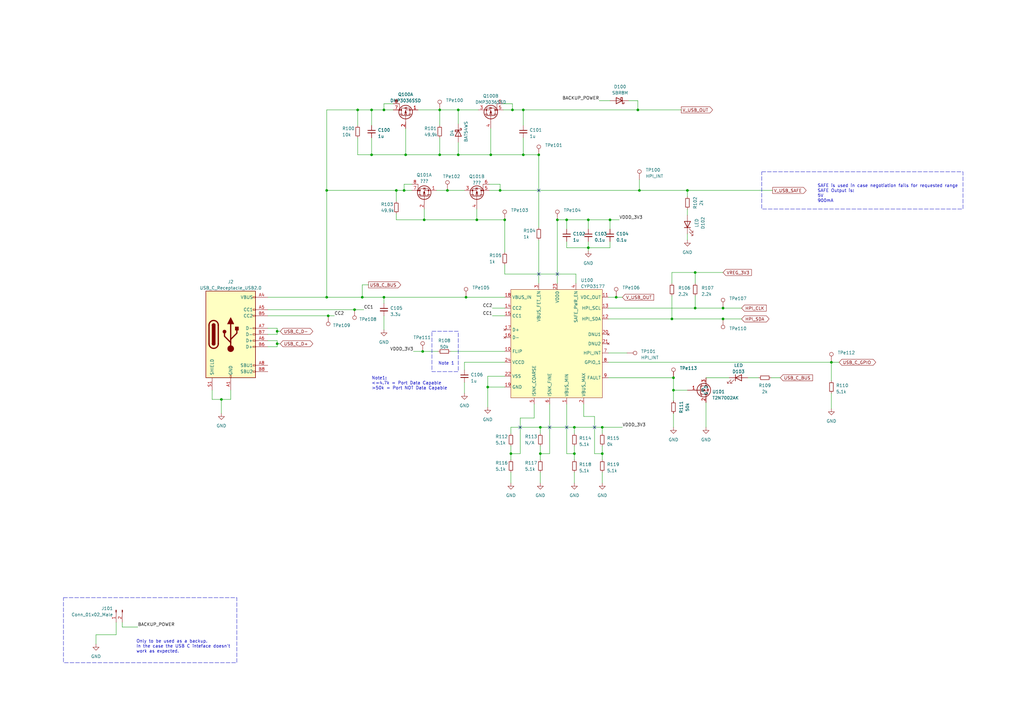
<source format=kicad_sch>
(kicad_sch (version 20230121) (generator eeschema)
  (paper "A3")
  (lib_symbols
    (symbol "Connector:Conn_01x02_Male" (pin_names (offset 1.016) hide)
      (property "Reference" "J" (at 0 2.54 0))
      (property "Value" "Conn_01x02_Male" (at 0 -5.08 0))
      (symbol "Conn_01x02_Male_1_1"
        (polyline (pts (xy 1.27 -2.54) (xy 0.8636 -2.54)) (stroke (width 0.1524)))
        (polyline (pts (xy 1.27 0) (xy 0.8636 0)) (stroke (width 0.1524)))
        (rectangle (start 0.8636 -2.413) (end 0 -2.667) (stroke (width 0.1524)) (fill (type outline)))
        (rectangle (start 0.8636 0.127) (end 0 -0.127) (stroke (width 0.1524)) (fill (type outline)))
        (pin passive line (at 5.08 0 180) (length 3.81) (name "Pin_1") (number "1"))
        (pin passive line (at 5.08 -2.54 180) (length 3.81) (name "Pin_2") (number "2"))
      )
    )
    (symbol "Connector:TestPoint" (pin_numbers hide) (pin_names (offset 0.762) hide)
      (property "Reference" "TP" (at 0 6.858 0))
      (property "Value" "TestPoint" (at 0 5.08 0))
      (symbol "TestPoint_0_1"
        (circle (center 0 3.302) (radius 0.762))
      )
      (symbol "TestPoint_1_1"
        (pin passive line (at 0 0 90) (length 2.54) (name "1") (number "1"))
      )
    )
    (symbol "Connector:USB_C_Receptacle_USB2.0" (pin_names (offset 1.016))
      (property "Reference" "J" (at -10.16 19.05 0))
      (property "Value" "USB_C_Receptacle_USB2.0" (at 19.05 19.05 0))
      (symbol "USB_C_Receptacle_USB2.0_0_0"
        (rectangle (start -0.254 -17.78) (end 0.254 -16.764))
        (rectangle (start 10.16 -14.986) (end 9.144 -15.494))
        (rectangle (start 10.16 -12.446) (end 9.144 -12.954))
        (rectangle (start 10.16 -4.826) (end 9.144 -5.334))
        (rectangle (start 10.16 -2.286) (end 9.144 -2.794))
        (rectangle (start 10.16 0.254) (end 9.144 -0.254))
        (rectangle (start 10.16 2.794) (end 9.144 2.286))
        (rectangle (start 10.16 7.874) (end 9.144 7.366))
        (rectangle (start 10.16 10.414) (end 9.144 9.906))
        (rectangle (start 10.16 15.494) (end 9.144 14.986))
      )
      (symbol "USB_C_Receptacle_USB2.0_0_1"
        (rectangle (start -10.16 17.78) (end 10.16 -17.78) (stroke (width 0.254)) (fill (type background)))
        (arc (start -8.89 -3.81) (mid -6.985 -5.7067) (end -5.08 -3.81) (stroke (width 0.508)))
        (arc (start -7.62 -3.81) (mid -6.985 -4.4423) (end -6.35 -3.81) (stroke (width 0.254)))
        (arc (start -7.62 -3.81) (mid -6.985 -4.4423) (end -6.35 -3.81) (stroke (width 0.254)) (fill (type outline)))
        (rectangle (start -7.62 -3.81) (end -6.35 3.81) (stroke (width 0.254)) (fill (type outline)))
        (arc (start -6.35 3.81) (mid -6.985 4.4423) (end -7.62 3.81) (stroke (width 0.254)))
        (arc (start -6.35 3.81) (mid -6.985 4.4423) (end -7.62 3.81) (stroke (width 0.254)) (fill (type outline)))
        (arc (start -5.08 3.81) (mid -6.985 5.7067) (end -8.89 3.81) (stroke (width 0.508)))
        (circle (center -2.54 1.143) (radius 0.635) (stroke (width 0.254)) (fill (type outline)))
        (circle (center 0 -5.842) (radius 1.27) (fill (type outline)))
        (polyline (pts (xy -8.89 -3.81) (xy -8.89 3.81)) (stroke (width 0.508)))
        (polyline (pts (xy -5.08 3.81) (xy -5.08 -3.81)) (stroke (width 0.508)))
        (polyline (pts (xy 0 -5.842) (xy 0 4.318)) (stroke (width 0.508)))
        (polyline (pts (xy 0 -3.302) (xy -2.54 -0.762) (xy -2.54 0.508)) (stroke (width 0.508)))
        (polyline (pts (xy 0 -2.032) (xy 2.54 0.508) (xy 2.54 1.778)) (stroke (width 0.508)))
        (polyline (pts (xy -1.27 4.318) (xy 0 6.858) (xy 1.27 4.318) (xy -1.27 4.318)) (stroke (width 0.254)) (fill (type outline)))
        (rectangle (start 1.905 1.778) (end 3.175 3.048) (stroke (width 0.254)) (fill (type outline)))
      )
      (symbol "USB_C_Receptacle_USB2.0_1_1"
        (pin passive line (at 0 -22.86 90) (length 5.08) (name "GND") (number "A1"))
        (pin passive line (at 0 -22.86 90) (length 5.08) hide (name "GND") (number "A12"))
        (pin passive line (at 15.24 15.24 180) (length 5.08) (name "VBUS") (number "A4"))
        (pin bidirectional line (at 15.24 10.16 180) (length 5.08) (name "CC1") (number "A5"))
        (pin bidirectional line (at 15.24 -2.54 180) (length 5.08) (name "D+") (number "A6"))
        (pin bidirectional line (at 15.24 2.54 180) (length 5.08) (name "D-") (number "A7"))
        (pin bidirectional line (at 15.24 -12.7 180) (length 5.08) (name "SBU1") (number "A8"))
        (pin passive line (at 15.24 15.24 180) (length 5.08) hide (name "VBUS") (number "A9"))
        (pin passive line (at 0 -22.86 90) (length 5.08) hide (name "GND") (number "B1"))
        (pin passive line (at 0 -22.86 90) (length 5.08) hide (name "GND") (number "B12"))
        (pin passive line (at 15.24 15.24 180) (length 5.08) hide (name "VBUS") (number "B4"))
        (pin bidirectional line (at 15.24 7.62 180) (length 5.08) (name "CC2") (number "B5"))
        (pin bidirectional line (at 15.24 -5.08 180) (length 5.08) (name "D+") (number "B6"))
        (pin bidirectional line (at 15.24 0 180) (length 5.08) (name "D-") (number "B7"))
        (pin bidirectional line (at 15.24 -15.24 180) (length 5.08) (name "SBU2") (number "B8"))
        (pin passive line (at 15.24 15.24 180) (length 5.08) hide (name "VBUS") (number "B9"))
        (pin passive line (at -7.62 -22.86 90) (length 5.08) (name "SHIELD") (number "S1"))
      )
    )
    (symbol "Device:C_Small" (pin_numbers hide) (pin_names (offset 0.254) hide)
      (property "Reference" "C" (at 0.254 1.778 0))
      (property "Value" "C_Small" (at 0.254 -2.032 0))
      (symbol "C_Small_0_1"
        (polyline (pts (xy -1.524 -0.508) (xy 1.524 -0.508)) (stroke (width 0.3302)))
        (polyline (pts (xy -1.524 0.508) (xy 1.524 0.508)) (stroke (width 0.3048)))
      )
      (symbol "C_Small_1_1"
        (pin passive line (at 0 2.54 270) (length 2.032) (name "~") (number "1"))
        (pin passive line (at 0 -2.54 90) (length 2.032) (name "~") (number "2"))
      )
    )
    (symbol "Device:D_Schottky" (pin_numbers hide) (pin_names (offset 1.016) hide)
      (property "Reference" "D" (at 0 2.54 0))
      (property "Value" "D_Schottky" (at 0 -2.54 0))
      (symbol "D_Schottky_0_1"
        (polyline (pts (xy 1.27 0) (xy -1.27 0)))
        (polyline (pts (xy 1.27 1.27) (xy 1.27 -1.27) (xy -1.27 0) (xy 1.27 1.27)) (stroke (width 0.254)))
        (polyline (pts (xy -1.905 0.635) (xy -1.905 1.27) (xy -1.27 1.27) (xy -1.27 -1.27) (xy -0.635 -1.27) (xy -0.635 -0.635)) (stroke (width 0.254)))
      )
      (symbol "D_Schottky_1_1"
        (pin passive line (at -3.81 0 0) (length 2.54) (name "K") (number "1"))
        (pin passive line (at 3.81 0 180) (length 2.54) (name "A") (number "2"))
      )
    )
    (symbol "Device:LED" (pin_numbers hide) (pin_names (offset 1.016) hide)
      (property "Reference" "D" (at 0 2.54 0))
      (property "Value" "LED" (at 0 -2.54 0))
      (symbol "LED_0_1"
        (polyline (pts (xy -1.27 -1.27) (xy -1.27 1.27)) (stroke (width 0.254)))
        (polyline (pts (xy -1.27 0) (xy 1.27 0)))
        (polyline (pts (xy 1.27 -1.27) (xy 1.27 1.27) (xy -1.27 0) (xy 1.27 -1.27)) (stroke (width 0.254)))
        (polyline (pts (xy -3.048 -0.762) (xy -4.572 -2.286) (xy -3.81 -2.286) (xy -4.572 -2.286) (xy -4.572 -1.524)))
        (polyline (pts (xy -1.778 -0.762) (xy -3.302 -2.286) (xy -2.54 -2.286) (xy -3.302 -2.286) (xy -3.302 -1.524)))
      )
      (symbol "LED_1_1"
        (pin passive line (at -3.81 0 0) (length 2.54) (name "K") (number "1"))
        (pin passive line (at 3.81 0 180) (length 2.54) (name "A") (number "2"))
      )
    )
    (symbol "Device:Q_Dual_PMOS_S1G1S2G2D2D2D1D1" (pin_names (offset 0) hide)
      (property "Reference" "Q" (at 6.35 1.27 0))
      (property "Value" "Q_Dual_PMOS_S1G1S2G2D2D2D1D1" (at 21.59 -1.27 0))
      (symbol "Q_Dual_PMOS_S1G1S2G2D2D2D1D1_0_1"
        (polyline (pts (xy 0.254 0) (xy -2.54 0)))
        (polyline (pts (xy 0.254 1.905) (xy 0.254 -1.905)) (stroke (width 0.254)))
        (polyline (pts (xy 0.762 -1.27) (xy 0.762 -2.286)) (stroke (width 0.254)))
        (polyline (pts (xy 0.762 0.508) (xy 0.762 -0.508)) (stroke (width 0.254)))
        (polyline (pts (xy 0.762 2.286) (xy 0.762 1.27)) (stroke (width 0.254)))
        (polyline (pts (xy 2.54 2.54) (xy 2.54 1.778)))
        (polyline (pts (xy 2.54 -2.54) (xy 2.54 0) (xy 0.762 0)))
        (polyline (pts (xy 0.762 1.778) (xy 3.302 1.778) (xy 3.302 -1.778) (xy 0.762 -1.778)))
        (polyline (pts (xy 2.286 0) (xy 1.27 0.381) (xy 1.27 -0.381) (xy 2.286 0)) (fill (type outline)))
        (polyline (pts (xy 2.794 -0.508) (xy 2.921 -0.381) (xy 3.683 -0.381) (xy 3.81 -0.254)))
        (polyline (pts (xy 3.302 -0.381) (xy 2.921 0.254) (xy 3.683 0.254) (xy 3.302 -0.381)))
        (circle (center 1.651 0) (radius 2.794) (stroke (width 0.254)))
        (circle (center 2.54 -1.778) (radius 0.254) (fill (type outline)))
        (circle (center 2.54 1.778) (radius 0.254) (fill (type outline)))
        (circle (center 2.54 2.54) (radius 0.254) (fill (type outline)))
        (rectangle (start 5.08 2.54) (end 2.54 2.54))
      )
      (symbol "Q_Dual_PMOS_S1G1S2G2D2D2D1D1_1_1"
        (pin passive line (at 2.54 -5.08 90) (length 2.54) (name "S") (number "1"))
        (pin input line (at -5.08 0 0) (length 2.54) (name "G") (number "2"))
        (pin passive line (at 2.54 5.08 270) (length 2.54) (name "D") (number "7"))
        (pin passive line (at 5.08 5.08 270) (length 2.54) (name "G") (number "8"))
      )
      (symbol "Q_Dual_PMOS_S1G1S2G2D2D2D1D1_2_1"
        (pin passive line (at 2.54 -5.08 90) (length 2.54) (name "S") (number "3"))
        (pin input line (at -5.08 0 0) (length 2.54) (name "G") (number "4"))
        (pin passive line (at 2.54 5.08 270) (length 2.54) (name "D") (number "5"))
        (pin passive line (at 5.08 5.08 270) (length 2.54) (name "G") (number "6"))
      )
    )
    (symbol "Device:R_Small" (pin_numbers hide) (pin_names (offset 0.254) hide)
      (property "Reference" "R" (at 0.762 0.508 0))
      (property "Value" "R_Small" (at 0.762 -1.016 0))
      (symbol "R_Small_0_1"
        (rectangle (start -0.762 1.778) (end 0.762 -1.778) (stroke (width 0.2032)))
      )
      (symbol "R_Small_1_1"
        (pin passive line (at 0 2.54 270) (length 0.762) (name "~") (number "1"))
        (pin passive line (at 0 -2.54 90) (length 0.762) (name "~") (number "2"))
      )
    )
    (symbol "User_MOSFET:T2N7002AK,LM"
      (property "Reference" "U" (at 2.54 5.08 0))
      (property "Value" "T2N7002AK" (at 6.985 3.175 0))
      (symbol "T2N7002AK,LM_0_1"
        (circle (center -0.889 -0.635) (radius 2.794) (stroke (width 0.254)))
        (circle (center 0 -2.413) (radius 0.254) (fill (type outline)))
        (polyline (pts (xy -2.286 -0.635) (xy -5.08 -0.635)))
        (polyline (pts (xy -2.286 1.27) (xy -2.286 -2.54)) (stroke (width 0.254)))
        (polyline (pts (xy -1.778 -1.905) (xy -1.778 -2.921)) (stroke (width 0.254)))
        (polyline (pts (xy -1.778 -0.127) (xy -1.778 -1.143)) (stroke (width 0.254)))
        (polyline (pts (xy -1.778 1.651) (xy -1.778 0.635)) (stroke (width 0.254)))
        (polyline (pts (xy 0 1.905) (xy 0 1.143)))
        (polyline (pts (xy 0 -3.175) (xy 0 -0.635) (xy -1.778 -0.635)))
        (polyline (pts (xy -1.778 -2.413) (xy 0.762 -2.413) (xy 0.762 1.143) (xy -1.778 1.143)))
        (polyline (pts (xy -1.524 -0.635) (xy -0.508 -0.254) (xy -0.508 -1.016) (xy -1.524 -0.635)) (fill (type outline)))
        (polyline (pts (xy 0.254 -0.127) (xy 0.381 -0.254) (xy 1.143 -0.254) (xy 1.27 -0.381)))
        (polyline (pts (xy 0.762 -0.254) (xy 0.381 -0.889) (xy 1.143 -0.889) (xy 0.762 -0.254)))
        (circle (center 0 1.143) (radius 0.254) (fill (type outline)))
      )
      (symbol "T2N7002AK,LM_1_1"
        (pin input line (at -7.62 -0.635 0) (length 5.08) (name "G") (number "1"))
        (pin passive line (at 0 -5.715 90) (length 2.54) (name "S") (number "2"))
        (pin passive line (at 0 4.445 270) (length 2.54) (name "D") (number "3"))
      )
    )
    (symbol "User_USB_C_PD:CYPD3177"
      (property "Reference" "U" (at 11.43 8.255 0))
      (property "Value" "CYPD3177" (at 15.24 6.35 0))
      (symbol "CYPD3177_1_1"
        (rectangle (start -19.05 5.08) (end 18.415 -39.37) (fill (type background)))
        (pin input line (at 3.81 -41.91 90) (length 2.54) (name "VBUS_MIN") (number "1"))
        (pin input line (at -21.59 -20.32 0) (length 2.54) (name "FLIP") (number "10"))
        (pin input line (at 20.955 1.905 180) (length 2.54) (name "VDC_OUT") (number "11"))
        (pin input line (at 20.955 -6.985 180) (length 2.54) (name "HPI_SDA") (number "12"))
        (pin input line (at 20.955 -2.54 180) (length 2.54) (name "HPI_SCL") (number "13"))
        (pin input line (at -21.59 -2.54 0) (length 2.54) (name "CC2") (number "14"))
        (pin input line (at -21.59 -5.715 0) (length 2.54) (name "CC1") (number "15"))
        (pin no_connect line (at -21.59 -14.605 0) (length 2.54) (name "D-") (number "16"))
        (pin no_connect line (at -21.59 -11.43 0) (length 2.54) (name "D+") (number "17"))
        (pin input line (at -21.59 1.905 0) (length 2.54) (name "VBUS_IN") (number "18"))
        (pin input line (at -21.59 -34.925 0) (length 2.54) (name "GND") (number "19"))
        (pin input line (at 10.795 -41.91 90) (length 2.54) (name "VBUS_MAX") (number "2"))
        (pin no_connect line (at 20.955 -13.335 180) (length 2.54) (name "DNU1") (number "20"))
        (pin no_connect line (at 20.955 -17.145 180) (length 2.54) (name "DNU2") (number "21"))
        (pin input line (at -21.59 -30.48 0) (length 2.54) (name "VSS") (number "22"))
        (pin input line (at 0 7.62 270) (length 2.54) (name "VDDD") (number "23"))
        (pin input line (at -21.59 -24.765 0) (length 2.54) (name "VCCD") (number "24"))
        (pin input line (at -7.62 7.62 270) (length 2.54) (name "VBUS_FET_EN") (number "3"))
        (pin input line (at 7.62 7.62 270) (length 2.54) (name "SAFE_PWR_EN") (number "4"))
        (pin input line (at -9.525 -41.91 90) (length 2.54) (name "ISNK_COARSE") (number "5"))
        (pin input line (at -3.175 -41.91 90) (length 2.54) (name "ISNK_FINE") (number "6"))
        (pin input line (at 20.955 -20.955 180) (length 2.54) (name "HPI_INT") (number "7"))
        (pin input line (at 20.955 -24.765 180) (length 2.54) (name "GPIO_1") (number "8"))
        (pin input line (at 20.955 -31.115 180) (length 2.54) (name "FAULT") (number "9"))
      )
    )
    (symbol "power:GND" (power) (pin_names (offset 0))
      (property "Value" "GND" (at 0 -3.81 0))
      (symbol "GND_0_1"
        (polyline (pts (xy 0 0) (xy 0 -1.27) (xy 1.27 -1.27) (xy 0 -2.54) (xy -1.27 -1.27) (xy 0 -1.27)))
      )
      (symbol "GND_1_1"
        (pin power_in line (at 0 0 270) (length 0) hide (name "GND") (number "1"))
      )
    )
  )
  (junction (at 200.025 158.75))
  (junction (at 113.665 140.97))
  (junction (at 152.4 63.5))
  (junction (at 146.685 45.085))
  (junction (at 133.985 78.105))
  (junction (at 214.63 45.085))
  (junction (at 195.58 90.17))
  (junction (at 285.115 111.76))
  (junction (at 201.295 63.5))
  (junction (at 235.585 175.26))
  (junction (at 214.63 63.5))
  (junction (at 148.59 121.92))
  (junction (at 261.62 45.085))
  (junction (at 180.34 45.085))
  (junction (at 152.4 45.085))
  (junction (at 157.48 121.92))
  (junction (at 210.185 45.085))
  (junction (at 173.355 144.145))
  (junction (at 205.105 78.105))
  (junction (at 228.6 90.17))
  (junction (at 173.99 90.17))
  (junction (at 276.225 154.94))
  (junction (at 221.615 186.055))
  (junction (at 247.015 175.26))
  (junction (at 221.615 175.26))
  (junction (at 296.545 130.81))
  (junction (at 113.665 135.89))
  (junction (at 276.225 160.02))
  (junction (at 262.255 78.105))
  (junction (at 250.19 90.17))
  (junction (at 252.73 121.92))
  (junction (at 235.585 186.055))
  (junction (at 90.805 163.83))
  (junction (at 187.96 63.5))
  (junction (at 209.55 186.055))
  (junction (at 340.995 148.59))
  (junction (at 220.98 63.5))
  (junction (at 241.3 101.6))
  (junction (at 145.415 127))
  (junction (at 285.115 126.365))
  (junction (at 157.48 45.085))
  (junction (at 247.015 186.055))
  (junction (at 133.985 121.92))
  (junction (at 241.3 90.17))
  (junction (at 296.545 126.365))
  (junction (at 165.735 78.105))
  (junction (at 180.34 63.5))
  (junction (at 207.01 90.17))
  (junction (at 275.59 130.81))
  (junction (at 232.41 90.17))
  (junction (at 187.96 45.085))
  (junction (at 183.515 78.105))
  (junction (at 166.37 63.5))
  (junction (at 191.135 121.92))
  (junction (at 281.94 78.105))
  (junction (at 134.62 129.54))
  (junction (at 162.56 78.105))
  (no_connect (at 225.425 175.26))
  (no_connect (at 228.6 112.395))
  (no_connect (at 220.98 112.395))
  (no_connect (at 220.98 78.105))
  (no_connect (at 232.41 175.26))
  (no_connect (at 243.84 175.26))
  (no_connect (at 213.36 175.26))
  (wire (pts (xy 221.615 175.26) (xy 235.585 175.26)))
  (wire (pts (xy 195.58 85.725) (xy 195.58 90.17)))
  (wire (pts (xy 133.985 78.105) (xy 133.985 45.085)))
  (wire (pts (xy 209.55 175.26) (xy 221.615 175.26)))
  (wire (pts (xy 179.07 78.105) (xy 183.515 78.105)))
  (wire (pts (xy 200.66 75.565) (xy 205.105 75.565)))
  (wire (pts (xy 90.805 163.83) (xy 94.615 163.83)))
  (wire (pts (xy 289.56 165.1) (xy 289.56 175.26)))
  (wire (pts (xy 146.685 45.085) (xy 152.4 45.085)))
  (wire (pts (xy 232.41 101.6) (xy 232.41 99.06)))
  (wire (pts (xy 165.735 78.105) (xy 168.91 78.105)))
  (wire (pts (xy 113.665 140.97) (xy 114.935 140.97)))
  (wire (pts (xy 152.4 63.5) (xy 166.37 63.5)))
  (wire (pts (xy 162.56 82.55) (xy 162.56 78.105)))
  (wire (pts (xy 236.22 112.395) (xy 207.01 112.395)))
  (wire (pts (xy 276.225 160.02) (xy 276.225 164.465)))
  (wire (pts (xy 209.55 186.055) (xy 209.55 188.595)))
  (wire (pts (xy 220.98 93.345) (xy 220.98 63.5)))
  (wire (pts (xy 219.075 171.45) (xy 213.36 171.45)))
  (wire (pts (xy 225.425 165.735) (xy 225.425 186.055)))
  (wire (pts (xy 200.66 78.105) (xy 205.105 78.105)))
  (wire (pts (xy 190.5 156.845) (xy 190.5 161.29)))
  (wire (pts (xy 157.48 121.92) (xy 191.135 121.92)))
  (wire (pts (xy 219.075 171.45) (xy 219.075 165.735)))
  (wire (pts (xy 157.48 121.92) (xy 157.48 124.46)))
  (wire (pts (xy 113.665 137.16) (xy 113.665 135.89)))
  (wire (pts (xy 210.185 45.085) (xy 214.63 45.085)))
  (wire (pts (xy 162.56 78.105) (xy 165.735 78.105)))
  (wire (pts (xy 207.01 126.365) (xy 201.93 126.365)))
  (wire (pts (xy 213.36 186.055) (xy 209.55 186.055)))
  (wire (pts (xy 213.36 171.45) (xy 213.36 186.055)))
  (wire (pts (xy 281.94 78.105) (xy 281.94 80.645)))
  (wire (pts (xy 207.01 154.305) (xy 200.025 154.305)))
  (wire (pts (xy 285.115 126.365) (xy 296.545 126.365)))
  (wire (pts (xy 152.4 45.085) (xy 152.4 51.435)))
  (wire (pts (xy 340.995 148.59) (xy 340.995 156.21)))
  (wire (pts (xy 261.62 41.275) (xy 261.62 45.085)))
  (wire (pts (xy 239.395 165.735) (xy 239.395 170.815)))
  (wire (pts (xy 113.665 134.62) (xy 113.665 135.89)))
  (wire (pts (xy 180.34 63.5) (xy 166.37 63.5)))
  (wire (pts (xy 221.615 193.675) (xy 221.615 198.12)))
  (wire (pts (xy 247.015 175.26) (xy 255.27 175.26)))
  (wire (pts (xy 247.015 175.26) (xy 247.015 177.8)))
  (wire (pts (xy 236.22 116.205) (xy 236.22 112.395)))
  (wire (pts (xy 207.01 103.505) (xy 207.01 90.17)))
  (wire (pts (xy 296.545 111.76) (xy 285.115 111.76)))
  (wire (pts (xy 113.665 135.89) (xy 114.935 135.89)))
  (wire (pts (xy 109.855 137.16) (xy 113.665 137.16)))
  (wire (pts (xy 207.01 129.54) (xy 201.93 129.54)))
  (wire (pts (xy 276.225 169.545) (xy 276.225 175.26)))
  (wire (pts (xy 206.375 42.545) (xy 210.185 42.545)))
  (wire (pts (xy 250.19 90.17) (xy 254 90.17)))
  (wire (pts (xy 221.615 175.26) (xy 221.615 177.8)))
  (wire (pts (xy 249.555 148.59) (xy 340.995 148.59)))
  (wire (pts (xy 148.59 116.84) (xy 148.59 121.92)))
  (wire (pts (xy 285.115 111.76) (xy 285.115 116.205)))
  (wire (pts (xy 133.985 121.92) (xy 133.985 78.105)))
  (wire (pts (xy 109.855 142.24) (xy 113.665 142.24)))
  (wire (pts (xy 180.34 45.085) (xy 180.34 51.435)))
  (wire (pts (xy 235.585 193.675) (xy 235.585 198.12)))
  (wire (pts (xy 146.685 63.5) (xy 152.4 63.5)))
  (wire (pts (xy 50.165 255.27) (xy 50.165 257.175)))
  (wire (pts (xy 340.995 161.29) (xy 340.995 167.64)))
  (wire (pts (xy 86.995 163.83) (xy 90.805 163.83)))
  (wire (pts (xy 109.855 139.7) (xy 113.665 139.7)))
  (wire (pts (xy 221.615 186.055) (xy 221.615 188.595)))
  (wire (pts (xy 250.19 90.17) (xy 250.19 93.98)))
  (wire (pts (xy 207.01 90.17) (xy 195.58 90.17)))
  (wire (pts (xy 173.355 144.145) (xy 179.705 144.145)))
  (wire (pts (xy 250.19 101.6) (xy 241.3 101.6)))
  (wire (pts (xy 228.6 116.205) (xy 228.6 90.17)))
  (wire (pts (xy 261.62 45.085) (xy 279.4 45.085)))
  (wire (pts (xy 296.545 126.365) (xy 304.165 126.365)))
  (wire (pts (xy 249.555 121.92) (xy 252.73 121.92)))
  (wire (pts (xy 235.585 182.88) (xy 235.585 186.055)))
  (wire (pts (xy 235.585 186.055) (xy 235.585 188.595)))
  (wire (pts (xy 207.01 158.75) (xy 200.025 158.75)))
  (wire (pts (xy 146.685 51.435) (xy 146.685 45.085)))
  (wire (pts (xy 157.48 42.545) (xy 161.29 42.545)))
  (wire (pts (xy 152.4 56.515) (xy 152.4 63.5)))
  (wire (pts (xy 171.45 45.085) (xy 180.34 45.085)))
  (wire (pts (xy 207.01 112.395) (xy 207.01 108.585)))
  (wire (pts (xy 320.04 154.94) (xy 316.23 154.94)))
  (wire (pts (xy 86.995 160.02) (xy 86.995 163.83)))
  (wire (pts (xy 205.105 75.565) (xy 205.105 78.105)))
  (wire (pts (xy 191.135 121.92) (xy 207.01 121.92)))
  (wire (pts (xy 168.91 75.565) (xy 165.735 75.565)))
  (wire (pts (xy 275.59 121.285) (xy 275.59 130.81)))
  (wire (pts (xy 187.96 63.5) (xy 180.34 63.5)))
  (wire (pts (xy 243.84 170.815) (xy 243.84 186.055)))
  (wire (pts (xy 275.59 111.76) (xy 275.59 116.205)))
  (wire (pts (xy 250.19 99.06) (xy 250.19 101.6)))
  (wire (pts (xy 205.105 78.105) (xy 262.255 78.105)))
  (wire (pts (xy 209.55 177.8) (xy 209.55 175.26)))
  (wire (pts (xy 187.96 45.085) (xy 196.215 45.085)))
  (wire (pts (xy 214.63 63.5) (xy 201.295 63.5)))
  (wire (pts (xy 133.985 121.92) (xy 148.59 121.92)))
  (wire (pts (xy 109.855 134.62) (xy 113.665 134.62)))
  (wire (pts (xy 228.6 90.17) (xy 232.41 90.17)))
  (wire (pts (xy 152.4 45.085) (xy 157.48 45.085)))
  (wire (pts (xy 340.995 148.59) (xy 344.17 148.59)))
  (wire (pts (xy 195.58 90.17) (xy 173.99 90.17)))
  (wire (pts (xy 276.225 154.94) (xy 249.555 154.94)))
  (wire (pts (xy 249.555 144.78) (xy 257.175 144.78)))
  (wire (pts (xy 146.685 63.5) (xy 146.685 56.515)))
  (wire (pts (xy 210.185 42.545) (xy 210.185 45.085)))
  (wire (pts (xy 257.81 41.275) (xy 261.62 41.275)))
  (wire (pts (xy 252.73 121.92) (xy 255.27 121.92)))
  (wire (pts (xy 220.98 116.205) (xy 220.98 98.425)))
  (wire (pts (xy 165.735 75.565) (xy 165.735 78.105)))
  (wire (pts (xy 285.115 121.285) (xy 285.115 126.365)))
  (wire (pts (xy 50.165 257.175) (xy 56.515 257.175)))
  (wire (pts (xy 47.625 260.35) (xy 39.37 260.35)))
  (wire (pts (xy 90.805 163.83) (xy 90.805 169.545)))
  (wire (pts (xy 235.585 175.26) (xy 235.585 177.8)))
  (wire (pts (xy 241.3 90.17) (xy 250.19 90.17)))
  (wire (pts (xy 180.34 56.515) (xy 180.34 63.5)))
  (wire (pts (xy 157.48 129.54) (xy 157.48 135.255)))
  (wire (pts (xy 232.41 93.98) (xy 232.41 90.17)))
  (wire (pts (xy 39.37 260.35) (xy 39.37 264.16)))
  (wire (pts (xy 201.295 52.705) (xy 201.295 63.5)))
  (wire (pts (xy 262.255 73.66) (xy 262.255 78.105)))
  (wire (pts (xy 241.3 101.6) (xy 241.3 102.87)))
  (wire (pts (xy 241.3 99.06) (xy 241.3 101.6)))
  (wire (pts (xy 169.545 144.145) (xy 173.355 144.145)))
  (wire (pts (xy 281.94 78.105) (xy 316.865 78.105)))
  (wire (pts (xy 109.855 121.92) (xy 133.985 121.92)))
  (wire (pts (xy 157.48 45.085) (xy 157.48 42.545)))
  (wire (pts (xy 241.3 90.17) (xy 241.3 93.98)))
  (wire (pts (xy 311.15 154.94) (xy 306.705 154.94)))
  (wire (pts (xy 214.63 56.515) (xy 214.63 63.5)))
  (wire (pts (xy 148.59 121.92) (xy 157.48 121.92)))
  (wire (pts (xy 232.41 186.055) (xy 235.585 186.055)))
  (wire (pts (xy 281.94 85.725) (xy 281.94 88.265)))
  (wire (pts (xy 296.545 130.81) (xy 304.165 130.81)))
  (wire (pts (xy 243.84 186.055) (xy 247.015 186.055)))
  (wire (pts (xy 299.085 154.94) (xy 289.56 154.94)))
  (wire (pts (xy 109.855 129.54) (xy 134.62 129.54)))
  (wire (pts (xy 285.115 111.76) (xy 275.59 111.76)))
  (wire (pts (xy 94.615 160.02) (xy 94.615 163.83)))
  (wire (pts (xy 190.5 148.59) (xy 207.01 148.59)))
  (wire (pts (xy 220.98 63.5) (xy 214.63 63.5)))
  (wire (pts (xy 201.295 63.5) (xy 187.96 63.5)))
  (wire (pts (xy 214.63 45.085) (xy 261.62 45.085)))
  (wire (pts (xy 162.56 90.17) (xy 162.56 87.63)))
  (wire (pts (xy 241.3 101.6) (xy 232.41 101.6)))
  (wire (pts (xy 214.63 45.085) (xy 214.63 51.435)))
  (wire (pts (xy 183.515 78.105) (xy 190.5 78.105)))
  (wire (pts (xy 173.99 90.17) (xy 173.99 85.725)))
  (wire (pts (xy 200.025 158.75) (xy 200.025 167.005)))
  (wire (pts (xy 113.665 139.7) (xy 113.665 140.97)))
  (wire (pts (xy 200.025 154.305) (xy 200.025 158.75)))
  (wire (pts (xy 187.96 58.42) (xy 187.96 63.5)))
  (wire (pts (xy 225.425 186.055) (xy 221.615 186.055)))
  (wire (pts (xy 173.99 90.17) (xy 162.56 90.17)))
  (wire (pts (xy 151.13 116.84) (xy 148.59 116.84)))
  (wire (pts (xy 187.96 45.085) (xy 187.96 50.8)))
  (wire (pts (xy 184.785 144.145) (xy 207.01 144.145)))
  (wire (pts (xy 145.415 127) (xy 149.225 127)))
  (wire (pts (xy 113.665 142.24) (xy 113.665 140.97)))
  (wire (pts (xy 235.585 175.26) (xy 247.015 175.26)))
  (wire (pts (xy 281.94 160.02) (xy 276.225 160.02)))
  (wire (pts (xy 133.985 78.105) (xy 162.56 78.105)))
  (wire (pts (xy 247.015 182.88) (xy 247.015 186.055)))
  (wire (pts (xy 232.41 90.17) (xy 241.3 90.17)))
  (wire (pts (xy 206.375 45.085) (xy 210.185 45.085)))
  (wire (pts (xy 209.55 198.12) (xy 209.55 193.675)))
  (wire (pts (xy 47.625 255.27) (xy 47.625 260.35)))
  (wire (pts (xy 245.745 41.275) (xy 250.19 41.275)))
  (wire (pts (xy 249.555 130.81) (xy 275.59 130.81)))
  (wire (pts (xy 247.015 186.055) (xy 247.015 188.595)))
  (wire (pts (xy 239.395 170.815) (xy 243.84 170.815)))
  (wire (pts (xy 109.855 127) (xy 145.415 127)))
  (wire (pts (xy 262.255 78.105) (xy 281.94 78.105)))
  (wire (pts (xy 276.225 160.02) (xy 276.225 154.94)))
  (wire (pts (xy 275.59 130.81) (xy 296.545 130.81)))
  (wire (pts (xy 133.985 45.085) (xy 146.685 45.085)))
  (wire (pts (xy 157.48 45.085) (xy 161.29 45.085)))
  (wire (pts (xy 166.37 63.5) (xy 166.37 52.705)))
  (wire (pts (xy 232.41 165.735) (xy 232.41 186.055)))
  (wire (pts (xy 209.55 182.88) (xy 209.55 186.055)))
  (wire (pts (xy 180.34 45.085) (xy 187.96 45.085)))
  (wire (pts (xy 249.555 126.365) (xy 285.115 126.365)))
  (wire (pts (xy 190.5 151.765) (xy 190.5 148.59)))
  (wire (pts (xy 281.94 95.885) (xy 281.94 98.425)))
  (wire (pts (xy 247.015 193.675) (xy 247.015 198.12)))
  (wire (pts (xy 221.615 182.88) (xy 221.615 186.055)))
  (wire (pts (xy 134.62 129.54) (xy 137.16 129.54)))
  (rectangle (start 26.035 245.11) (end 97.155 271.78) (stroke (width 0) (type dash)))
  (rectangle (start 312.42 70.485) (end 394.97 85.725) (stroke (width 0) (type dash)))
  (rectangle (start 177.165 135.89) (end 187.96 152.4) (stroke (width 0) (type dash)))
  (text "Note 1" (at 179.705 149.86 0) (effects (font (size 1.27 1.27)) (justify left bottom)))
  (text "Only to be used as a backup.\nIn the case the USB C inteface doesn't\nwork as expected." (at 55.88 267.97 0) (effects (font (size 1.27 1.27)) (justify left bottom)))
  (text "Note1:\n<=4.7k = Port Data Capable\n>50k = Port NOT Data Capable" (at 152.4 160.02 0) (effects (font (size 1.27 1.27)) (justify left bottom)))
  (text "SAFE is used in case negotiation fails for requested range\nSAFE Output is:\n5V\n900mA" (at 335.28 83.185 0) (effects (font (size 1.27 1.27)) (justify left bottom)))
  (label "CC2" (at 201.93 126.365 180))
  (label "CC1" (at 201.93 129.54 180))
  (label "CC1" (at 149.225 127 0))
  (label "VDDD_3V3" (at 254 90.17 0))
  (label "CC2" (at 137.16 129.54 0))
  (label "BACKUP_POWER" (at 245.745 41.275 180))
  (label "VDDD_3V3" (at 255.27 175.26 0))
  (label "VDDD_3V3" (at 169.545 144.145 180))
  (label "BACKUP_POWER" (at 56.515 257.175 0))
  (global_label "V_USB_OUT" (shape input) (at 255.27 121.92 0) (property "Intersheetrefs" "${INTERSHEET_REFS}" (effects hide)))
  (global_label "HPI_SDA" (shape bidirectional) (at 304.165 130.81 0) (property "Intersheetrefs" "${INTERSHEET_REFS}" (effects hide)))
  (global_label "V_USB_SAFE" (shape output) (at 316.865 78.105 0) (property "Intersheetrefs" "${INTERSHEET_REFS}" (effects hide)))
  (global_label "USB_C_GPIO" (shape bidirectional) (at 344.17 148.59 0) (property "Intersheetrefs" "${INTERSHEET_REFS}" (effects hide)))
  (global_label "USB_C_D+" (shape bidirectional) (at 114.935 140.97 0) (property "Intersheetrefs" "${INTERSHEET_REFS}" (effects hide)))
  (global_label "USB_C_D-" (shape bidirectional) (at 114.935 135.89 0) (property "Intersheetrefs" "${INTERSHEET_REFS}" (effects hide)))
  (global_label "HPI_CLK" (shape input) (at 304.165 126.365 0) (property "Intersheetrefs" "${INTERSHEET_REFS}" (effects hide)))
  (global_label "V_USB_OUT" (shape output) (at 279.4 45.085 0) (property "Intersheetrefs" "${INTERSHEET_REFS}" (effects hide)))
  (global_label "USB_C_BUS" (shape output) (at 151.13 116.84 0) (property "Intersheetrefs" "${INTERSHEET_REFS}" (effects hide)))
  (global_label "USB_C_BUS" (shape input) (at 320.04 154.94 0) (property "Intersheetrefs" "${INTERSHEET_REFS}" (effects hide)))
  (global_label "VREG_3V3" (shape input) (at 296.545 111.76 0) (property "Intersheetrefs" "${INTERSHEET_REFS}" (effects hide)))
  (symbol (lib_id "Device:R_Small") (at 209.55 191.135 0) (unit 1)
    (property "Reference" "R116" (at 203.2 189.865 0) (effects (justify left)))
    (property "Value" "5.1k" (at 203.2 192.405 0) (effects (justify left)))
    (property "Footprint" "Resistor_SMD:R_0805_2012Metric_Pad1.20x1.40mm_HandSolder" (effects hide))
  )
  (symbol (lib_id "Device:R_Small") (at 247.015 180.34 0) (unit 1)
    (property "Reference" "R115" (at 248.92 179.705 0) (effects (justify left)))
    (property "Value" "0k" (at 248.92 182.245 0) (effects (justify left)))
    (property "Footprint" "Resistor_SMD:R_0805_2012Metric_Pad1.20x1.40mm_HandSolder" (effects hide))
  )
  (symbol (lib_id "Connector:TestPoint") (at 276.225 154.94 0) (unit 1)
    (property "Reference" "TPe113" (at 278.765 151.003 0) (effects (justify left)))
    (property "Value" "TestPoint" (effects hide))
    (property "Footprint" "TestPoint:TestPoint_Pad_D1.0mm" (effects hide))
  )
  (symbol (lib_id "User_USB_C_PD:CYPD3177") (at 228.6 123.825 0) (unit 1)
    (property "Reference" "U100" (at 238.1759 114.935 0) (effects (justify left)))
    (property "Value" "CYPD3177" (at 238.1759 117.475 0) (effects (justify left)))
    (property "Footprint" "Package_DFN_QFN:QFN-24-1EP_4x4mm_P0.5mm_EP2.65x2.65mm" (effects hide))
    (property "Datasheet" "https://www.mouser.com/datasheet/2/196/Infineon_EZ_PD_BCR_Datasheet_USB_Type_C_Port_Contr-3161917.pdf" (effects hide))
    (property "Vendor" "https://www.mouser.com/ProductDetail/Infineon-Technologies/CYPD3177-24LQXQ?qs=PzGy0jfpSMvR3aDH5AdWfA%3D%3D" (effects hide))
    (property "Price" "2.2" (effects hide))
  )
  (symbol (lib_id "Connector:TestPoint") (at 183.515 78.105 0) (unit 1)
    (property "Reference" "TPe102" (at 181.61 72.39 0) (effects (justify left)))
    (property "Value" "TestPoint" (effects hide))
    (property "Footprint" "TestPoint:TestPoint_Pad_D1.0mm" (effects hide))
  )
  (symbol (lib_id "power:GND") (at 221.615 198.12 0) (mirror y) (unit 1)
    (property "Reference" "#PWR0110" (effects hide))
    (property "Value" "GND" (at 221.615 203.2 0))
    (instances (project "power_supply" (path "" (reference "#PWR0110") (unit 1))) (project "battery_charging_devboard" (path "" (reference "#PWR0110") (unit 1))) (project "power_supply" (path "" (reference "#PWR047") (unit 1))))
  )
  (symbol (lib_id "Device:C_Small") (at 232.41 96.52 0) (unit 1)
    (property "Reference" "C102" (at 234.95 95.8913 0) (effects (justify left)))
    (property "Value" "1u" (at 234.95 98.4313 0) (effects (justify left)))
    (property "Footprint" "Capacitor_SMD:C_0805_2012Metric_Pad1.18x1.45mm_HandSolder" (effects hide))
  )
  (symbol (lib_id "Device:R_Small") (at 182.245 144.145 90) (unit 1)
    (property "Reference" "R108" (at 182.245 139.7 90))
    (property "Value" "50k" (at 182.245 142.24 90))
    (property "Footprint" "Resistor_SMD:R_0805_2012Metric_Pad1.20x1.40mm_HandSolder" (effects hide))
  )
  (symbol (lib_id "Device:R_Small") (at 285.115 118.745 0) (unit 1)
    (property "Reference" "R107" (at 287.655 118.11 0) (effects (justify left)))
    (property "Value" "2.2k" (at 287.655 120.65 0) (effects (justify left)))
    (property "Footprint" "Resistor_SMD:R_0805_2012Metric_Pad1.20x1.40mm_HandSolder" (effects hide))
  )
  (symbol (lib_id "Device:D_Schottky") (at 254 41.275 180) (unit 1)
    (property "Reference" "D100" (at 254.3175 35.56 0))
    (property "Value" "SBR8M" (at 254.3175 38.1 0))
    (property "Footprint" "Diode_SMD:D_PowerDI-5" (effects hide))
    (property "Datasheet" "https://www.mouser.com/datasheet/2/115/DIOD_S_A0012739531_1-2543616.pdf" (effects hide))
    (property "Vendor" "https://www.mouser.com/ProductDetail/Diodes-Incorporated/SBR8M100P5-13?qs=nJRy1mI8RR96yMJWqGg%252BEg%3D%3D" (effects hide))
    (property "Cost" "0.48" (effects hide))
  )
  (symbol (lib_id "Device:R_Small") (at 207.01 106.045 0) (unit 1)
    (property "Reference" "R105" (at 200.66 104.775 0) (effects (justify left)))
    (property "Value" "1k" (at 200.66 107.315 0) (effects (justify left)))
    (property "Footprint" "Resistor_SMD:R_0805_2012Metric_Pad1.20x1.40mm_HandSolder" (effects hide))
  )
  (symbol (lib_id "Device:R_Small") (at 281.94 83.185 180) (unit 1)
    (property "Reference" "R102" (at 285.115 83.185 90))
    (property "Value" "2k" (at 287.655 83.185 90))
    (property "Footprint" "Resistor_SMD:R_0805_2012Metric_Pad1.20x1.40mm_HandSolder" (effects hide))
  )
  (symbol (lib_id "Connector:TestPoint") (at 220.98 63.5 0) (unit 1)
    (property "Reference" "TPe101" (at 223.52 59.563 0) (effects (justify left)))
    (property "Value" "TestPoint" (effects hide))
    (property "Footprint" "TestPoint:TestPoint_Pad_D1.0mm" (effects hide))
  )
  (symbol (lib_id "Connector:TestPoint") (at 180.34 45.085 0) (unit 1)
    (property "Reference" "TPe100" (at 182.88 41.148 0) (effects (justify left)))
    (property "Value" "TestPoint" (effects hide))
    (property "Footprint" "TestPoint:TestPoint_Pad_D1.0mm" (effects hide))
  )
  (symbol (lib_id "Device:D_Schottky") (at 187.96 54.61 270) (unit 1)
    (property "Reference" "D4" (at 185.42 54.61 0))
    (property "Value" "BAT54WS" (at 191.135 53.975 0))
    (property "Footprint" "Diode_SMD:D_SOD-323_HandSoldering" (effects hide))
    (property "Datasheet" "https://www.mouser.com/datasheet/2/115/DIOD_S_A0004140728_1-2542383.pdf" (effects hide))
    (property "Vendor" "https://www.mouser.com/ProductDetail/Diodes-Incorporated/BAT54WS-7-F?qs=BJo294706GxanB6a%2FKrrdw%3D%3D" (effects hide))
    (property "Price" "0.08" (effects hide))
    (instances (project "power_supply" (path "" (reference "D4") (unit 1))) (project "battery_charging_devboard" (path "" (reference "D4") (unit 1)) (path "" (reference "D101") (unit 1))))
  )
  (symbol (lib_id "Device:C_Small") (at 241.3 96.52 0) (unit 1)
    (property "Reference" "C103" (at 243.84 95.8913 0) (effects (justify left)))
    (property "Value" "0.1u" (at 243.84 98.4313 0) (effects (justify left)))
    (property "Footprint" "Capacitor_SMD:C_0805_2012Metric_Pad1.18x1.45mm_HandSolder" (effects hide))
  )
  (symbol (lib_id "power:GND") (at 276.225 175.26 0) (mirror y) (unit 1)
    (property "Reference" "#PWR0107" (effects hide))
    (property "Value" "GND" (at 276.225 180.34 0))
    (instances (project "power_supply" (path "" (reference "#PWR0107") (unit 1))) (project "battery_charging_devboard" (path "" (reference "#PWR0107") (unit 1))) (project "power_supply" (path "" (reference "#PWR047") (unit 1))))
  )
  (symbol (lib_id "Connector:TestPoint") (at 296.545 130.81 180) (unit 1)
    (property "Reference" "TPe110" (at 299.085 134.747 0) (effects (justify right)))
    (property "Value" "TestPoint" (effects hide))
    (property "Footprint" "TestPoint:TestPoint_Pad_D1.0mm" (effects hide))
  )
  (symbol (lib_id "power:GND") (at 39.37 264.16 0) (mirror y) (unit 1)
    (property "Reference" "#PWR0113" (effects hide))
    (property "Value" "GND" (at 39.37 269.24 0))
    (instances (project "power_supply" (path "" (reference "#PWR0113") (unit 1))) (project "battery_charging_devboard" (path "" (reference "#PWR0113") (unit 1))) (project "power_supply" (path "" (reference "#PWR02") (unit 1))))
  )
  (symbol (lib_id "power:GND") (at 190.5 161.29 0) (mirror y) (unit 1)
    (property "Reference" "#PWR0103" (effects hide))
    (property "Value" "GND" (at 190.5 166.37 0))
    (instances (project "power_supply" (path "" (reference "#PWR0103") (unit 1))) (project "battery_charging_devboard" (path "" (reference "#PWR0103") (unit 1))) (project "power_supply" (path "" (reference "#PWR047") (unit 1))))
  )
  (symbol (lib_id "Device:R_Small") (at 221.615 191.135 0) (unit 1)
    (property "Reference" "R117" (at 215.265 189.865 0) (effects (justify left)))
    (property "Value" "5.1k" (at 215.265 192.405 0) (effects (justify left)))
    (property "Footprint" "Resistor_SMD:R_0805_2012Metric_Pad1.20x1.40mm_HandSolder" (effects hide))
  )
  (symbol (lib_id "Connector:TestPoint") (at 296.545 126.365 0) (unit 1)
    (property "Reference" "TPe107" (at 299.085 122.428 0) (effects (justify left)))
    (property "Value" "TestPoint" (effects hide))
    (property "Footprint" "TestPoint:TestPoint_Pad_D1.0mm" (effects hide))
  )
  (symbol (lib_id "power:GND") (at 289.56 175.26 0) (mirror y) (unit 1)
    (property "Reference" "#PWR0108" (effects hide))
    (property "Value" "GND" (at 289.56 180.34 0))
    (instances (project "power_supply" (path "" (reference "#PWR0108") (unit 1))) (project "battery_charging_devboard" (path "" (reference "#PWR0108") (unit 1))) (project "power_supply" (path "" (reference "#PWR047") (unit 1))))
  )
  (symbol (lib_id "power:GND") (at 209.55 198.12 0) (mirror y) (unit 1)
    (property "Reference" "#PWR0109" (effects hide))
    (property "Value" "GND" (at 209.55 203.2 0))
    (instances (project "power_supply" (path "" (reference "#PWR0109") (unit 1))) (project "battery_charging_devboard" (path "" (reference "#PWR0109") (unit 1))) (project "power_supply" (path "" (reference "#PWR047") (unit 1))))
  )
  (symbol (lib_id "Device:R_Small") (at 247.015 191.135 0) (unit 1)
    (property "Reference" "R119" (at 248.92 190.5 0) (effects (justify left)))
    (property "Value" "5.1k" (at 248.92 193.04 0) (effects (justify left)))
    (property "Footprint" "Resistor_SMD:R_0805_2012Metric_Pad1.20x1.40mm_HandSolder" (effects hide))
  )
  (symbol (lib_id "Device:R_Small") (at 275.59 118.745 0) (unit 1)
    (property "Reference" "R106" (at 278.13 118.11 0) (effects (justify left)))
    (property "Value" "2.2k" (at 278.13 120.65 0) (effects (justify left)))
    (property "Footprint" "Resistor_SMD:R_0805_2012Metric_Pad1.20x1.40mm_HandSolder" (effects hide))
  )
  (symbol (lib_id "Device:C_Small") (at 190.5 154.305 0) (unit 1)
    (property "Reference" "C106" (at 193.04 153.6763 0) (effects (justify left)))
    (property "Value" "1u" (at 193.04 156.2163 0) (effects (justify left)))
    (property "Footprint" "Capacitor_SMD:C_0805_2012Metric_Pad1.18x1.45mm_HandSolder" (effects hide))
  )
  (symbol (lib_id "power:GND") (at 157.48 135.255 0) (mirror y) (unit 1)
    (property "Reference" "#PWR0102" (effects hide))
    (property "Value" "GND" (at 157.48 140.335 0))
    (instances (project "power_supply" (path "" (reference "#PWR0102") (unit 1))) (project "battery_charging_devboard" (path "" (reference "#PWR0102") (unit 1))) (project "power_supply" (path "" (reference "#PWR047") (unit 1))))
  )
  (symbol (lib_id "Device:Q_Dual_PMOS_S1G1S2G2D2D2D1D1") (at 195.58 80.645 270) (mirror x) (unit 2)
    (property "Reference" "Q101" (at 195.58 72.39 90))
    (property "Value" "???" (at 195.58 74.93 90))
    (property "Footprint" "Package_SO:SO-8_3.9x4.9mm_P1.27mm" (effects hide))
    (property "Datasheet" "???" (effects hide))
    (property "Vendor" "???" (effects hide))
    (property "Price" "???" (effects hide))
  )
  (symbol (lib_id "Connector:USB_C_Receptacle_USB2.0") (at 94.615 137.16 0) (unit 1)
    (property "Reference" "J2" (at 94.615 115.57 0))
    (property "Value" "USB_C_Receptacle_USB2.0" (at 94.615 118.11 0))
    (property "Footprint" "Connector_USB:USB_C_Receptacle_GCT_USB4085" (effects hide))
    (property "Datasheet" "https://www.usb.org/sites/default/files/documents/usb_type-c.zip" (effects hide))
    (property "Vendor" "https://www.mouser.com/ProductDetail/GCT/USB4085-GF-A?qs=KUoIvG%2F9Ilba1bQOahfWjw%3D%3D" (effects hide))
    (property "Price" "1.08" (effects hide))
  )
  (symbol (lib_id "Device:R_Small") (at 340.995 158.75 0) (unit 1)
    (property "Reference" "R110" (at 342.9 158.115 0) (effects (justify left)))
    (property "Value" "5.1k" (at 342.9 160.655 0) (effects (justify left)))
    (property "Footprint" "Resistor_SMD:R_0805_2012Metric_Pad1.20x1.40mm_HandSolder" (effects hide))
  )
  (symbol (lib_id "Device:C_Small") (at 157.48 127 0) (unit 1)
    (property "Reference" "C105" (at 160.02 126.3713 0) (effects (justify left)))
    (property "Value" "3.3u" (at 160.02 128.9113 0) (effects (justify left)))
    (property "Footprint" "Capacitor_SMD:C_0805_2012Metric_Pad1.18x1.45mm_HandSolder" (effects hide))
  )
  (symbol (lib_id "Connector:TestPoint") (at 145.415 127 180) (unit 1)
    (property "Reference" "TPe108" (at 147.32 130.937 0) (effects (justify right)))
    (property "Value" "TestPoint" (effects hide))
    (property "Footprint" "TestPoint:TestPoint_Pad_D1.0mm" (effects hide))
  )
  (symbol (lib_id "power:GND") (at 247.015 198.12 0) (mirror y) (unit 1)
    (property "Reference" "#PWR0112" (effects hide))
    (property "Value" "GND" (at 247.015 203.2 0))
    (instances (project "power_supply" (path "" (reference "#PWR0112") (unit 1))) (project "battery_charging_devboard" (path "" (reference "#PWR0112") (unit 1))) (project "power_supply" (path "" (reference "#PWR047") (unit 1))))
  )
  (symbol (lib_id "Connector:TestPoint") (at 340.995 148.59 0) (unit 1)
    (property "Reference" "TPe112" (at 343.535 144.653 0) (effects (justify left)))
    (property "Value" "TestPoint" (effects hide))
    (property "Footprint" "TestPoint:TestPoint_Pad_D1.0mm" (effects hide))
  )
  (symbol (lib_id "Connector:TestPoint") (at 191.135 121.92 0) (unit 1)
    (property "Reference" "TPe105" (at 193.675 117.983 0) (effects (justify left)))
    (property "Value" "TestPoint" (effects hide))
    (property "Footprint" "TestPoint:TestPoint_Pad_D1.0mm" (effects hide))
  )
  (symbol (lib_id "Device:R_Small") (at 220.98 95.885 0) (unit 1)
    (property "Reference" "R104" (at 214.63 94.615 0) (effects (justify left)))
    (property "Value" "1k" (at 214.63 97.155 0) (effects (justify left)))
    (property "Footprint" "Resistor_SMD:R_0805_2012Metric_Pad1.20x1.40mm_HandSolder" (effects hide))
  )
  (symbol (lib_id "Connector:TestPoint") (at 257.175 144.78 270) (unit 1)
    (property "Reference" "TP101" (at 262.89 144.145 90) (effects (justify left)))
    (property "Value" "HPI_INT" (at 262.89 146.685 90) (effects (justify left)))
    (property "Footprint" "TestPoint:TestPoint_Pad_D1.5mm" (effects hide))
  )
  (symbol (lib_id "Device:R_Small") (at 235.585 180.34 0) (unit 1)
    (property "Reference" "R114" (at 237.49 179.705 0) (effects (justify left)))
    (property "Value" "5.1k" (at 237.49 182.245 0) (effects (justify left)))
    (property "Footprint" "Resistor_SMD:R_0805_2012Metric_Pad1.20x1.40mm_HandSolder" (effects hide))
  )
  (symbol (lib_id "Device:Q_Dual_PMOS_S1G1S2G2D2D2D1D1") (at 173.99 80.645 90) (unit 1)
    (property "Reference" "Q101" (at 173.99 71.755 90))
    (property "Value" "???" (at 173.99 74.295 90))
    (property "Footprint" "Package_SO:SO-8_3.9x4.9mm_P1.27mm" (effects hide))
    (property "Datasheet" "???" (effects hide))
    (property "Vendor" "???" (effects hide))
    (property "Price" "???" (effects hide))
  )
  (symbol (lib_id "Device:C_Small") (at 250.19 96.52 0) (unit 1)
    (property "Reference" "C104" (at 252.73 95.8913 0) (effects (justify left)))
    (property "Value" "0.1u" (at 252.73 98.4313 0) (effects (justify left)))
    (property "Footprint" "Capacitor_SMD:C_0805_2012Metric_Pad1.18x1.45mm_HandSolder" (effects hide))
  )
  (symbol (lib_id "Device:R_Small") (at 209.55 180.34 0) (unit 1)
    (property "Reference" "R112" (at 203.2 179.07 0) (effects (justify left)))
    (property "Value" "5.1k" (at 203.2 181.61 0) (effects (justify left)))
    (property "Footprint" "Resistor_SMD:R_0805_2012Metric_Pad1.20x1.40mm_HandSolder" (effects hide))
  )
  (symbol (lib_id "Device:LED") (at 281.94 92.075 90) (unit 1)
    (property "Reference" "D102" (at 288.29 91.44 0))
    (property "Value" "LED" (at 285.75 91.44 0))
    (property "Footprint" "LED_SMD:LED_0805_2012Metric_Pad1.15x1.40mm_HandSolder" (effects hide))
  )
  (symbol (lib_id "Device:R_Small") (at 180.34 53.975 0) (unit 1)
    (property "Reference" "R101" (at 173.99 52.705 0) (effects (justify left)))
    (property "Value" "49.9k" (at 173.99 55.245 0) (effects (justify left)))
    (property "Footprint" "Resistor_SMD:R_0805_2012Metric_Pad1.20x1.40mm_HandSolder" (effects hide))
  )
  (symbol (lib_id "power:GND") (at 241.3 102.87 0) (unit 1)
    (property "Reference" "#PWR0101" (effects hide))
    (property "Value" "GND" (at 241.3 107.95 0))
  )
  (symbol (lib_id "User_MOSFET:T2N7002AK,LM") (at 289.56 159.385 0) (unit 1)
    (property "Reference" "U101" (at 292.1 160.655 0) (effects (justify left)))
    (property "Value" "T2N7002AK" (at 292.1 163.195 0) (effects (justify left)))
    (property "Footprint" "Package_TO_SOT_SMD:SOT-23" (effects hide))
    (property "Datasheet" "https://www.mouser.com/datasheet/2/408/T2N7002AK_datasheet_en_20150401-1916411.pdf" (effects hide))
    (property "Vendor" "https://www.mouser.com/ProductDetail/Toshiba/T2N7002AKLM?qs=pzVvXTvk9PzfX4hYglwZ9Q%3D%3D" (effects hide))
    (property "Price" "0.14" (effects hide))
  )
  (symbol (lib_id "Device:R_Small") (at 313.69 154.94 90) (unit 1)
    (property "Reference" "R109" (at 313.69 158.115 90))
    (property "Value" "2k" (at 313.69 160.655 90))
    (property "Footprint" "Resistor_SMD:R_0805_2012Metric_Pad1.20x1.40mm_HandSolder" (effects hide))
  )
  (symbol (lib_id "Connector:Conn_01x02_Male") (at 47.625 250.19 90) (mirror x) (unit 1)
    (property "Reference" "J101" (at 46.355 249.5549 90) (effects (justify left)))
    (property "Value" "Conn_01x02_Male" (at 46.355 252.0949 90) (effects (justify left)))
    (property "Footprint" "Connector_PinHeader_2.54mm:PinHeader_1x02_P2.54mm_Vertical" (effects hide))
    (instances (project "power_supply" (path "" (reference "J101") (unit 1))) (project "battery_charging_devboard" (path "" (reference "J101") (unit 1))) (project "power_supply" (path "" (reference "J1") (unit 1))))
  )
  (symbol (lib_id "Connector:TestPoint") (at 228.6 90.17 0) (unit 1)
    (property "Reference" "TPe104" (at 231.14 86.233 0) (effects (justify left)))
    (property "Value" "TestPoint" (effects hide))
    (property "Footprint" "TestPoint:TestPoint_Pad_D1.0mm" (effects hide))
  )
  (symbol (lib_id "power:GND") (at 90.805 169.545 0) (mirror y) (unit 1)
    (property "Reference" "#PWR0106" (effects hide))
    (property "Value" "GND" (at 90.805 174.625 0))
    (instances (project "power_supply" (path "" (reference "#PWR0106") (unit 1))) (project "battery_charging_devboard" (path "" (reference "#PWR0106") (unit 1))) (project "power_supply" (path "" (reference "#PWR047") (unit 1))))
  )
  (symbol (lib_id "Device:Q_Dual_PMOS_S1G1S2G2D2D2D1D1") (at 201.295 47.625 270) (mirror x) (unit 2)
    (property "Reference" "Q100" (at 201.295 39.37 90))
    (property "Value" "DMP3036SSD" (at 201.295 41.91 90))
    (property "Footprint" "Package_SO:SO-8_3.9x4.9mm_P1.27mm" (effects hide))
    (property "Datasheet" "https://www.diodes.com/assets/Datasheets/DMP3036SSD.pdf" (effects hide))
    (property "Vendor" "https://www.mouser.com/ProductDetail/Diodes-Incorporated/DMP3036SSD-13?qs=OVC8WVYZliQQ%252Bz8nd4Q8aA%3D%3D" (effects hide))
    (property "Price" "0.8" (effects hide))
  )
  (symbol (lib_id "power:GND") (at 340.995 167.64 0) (mirror y) (unit 1)
    (property "Reference" "#PWR0105" (effects hide))
    (property "Value" "GND" (at 340.995 172.72 0))
    (instances (project "power_supply" (path "" (reference "#PWR0105") (unit 1))) (project "battery_charging_devboard" (path "" (reference "#PWR0105") (unit 1))) (project "power_supply" (path "" (reference "#PWR047") (unit 1))))
  )
  (symbol (lib_id "Connector:TestPoint") (at 252.73 121.92 0) (unit 1)
    (property "Reference" "TPe106" (at 255.27 117.983 0) (effects (justify left)))
    (property "Value" "TestPoint" (effects hide))
    (property "Footprint" "TestPoint:TestPoint_Pad_D1.0mm" (effects hide))
  )
  (symbol (lib_id "Connector:TestPoint") (at 262.255 73.66 0) (unit 1)
    (property "Reference" "TP100" (at 264.795 69.723 0) (effects (justify left)))
    (property "Value" "HPI_INT" (at 264.795 72.263 0) (effects (justify left)))
    (property "Footprint" "TestPoint:TestPoint_Pad_D1.5mm" (effects hide))
  )
  (symbol (lib_id "Connector:TestPoint") (at 173.355 144.145 0) (unit 1)
    (property "Reference" "TPe111" (at 169.545 138.43 0) (effects (justify left)))
    (property "Value" "TestPoint" (effects hide))
    (property "Footprint" "TestPoint:TestPoint_Pad_D1.0mm" (effects hide))
  )
  (symbol (lib_id "power:GND") (at 200.025 167.005 0) (mirror y) (unit 1)
    (property "Reference" "#PWR0104" (effects hide))
    (property "Value" "GND" (at 200.025 172.085 0))
    (instances (project "power_supply" (path "" (reference "#PWR0104") (unit 1))) (project "battery_charging_devboard" (path "" (reference "#PWR0104") (unit 1))) (project "power_supply" (path "" (reference "#PWR047") (unit 1))))
  )
  (symbol (lib_id "Device:R_Small") (at 221.615 180.34 0) (unit 1)
    (property "Reference" "R113" (at 215.265 179.07 0) (effects (justify left)))
    (property "Value" "N/A" (at 215.265 181.61 0) (effects (justify left)))
    (property "Footprint" "Resistor_SMD:R_0805_2012Metric_Pad1.20x1.40mm_HandSolder" (effects hide))
  )
  (symbol (lib_id "Device:C_Small") (at 152.4 53.975 0) (unit 1)
    (property "Reference" "C100" (at 154.94 53.3463 0) (effects (justify left)))
    (property "Value" "1u" (at 154.94 55.8863 0) (effects (justify left)))
    (property "Footprint" "Capacitor_SMD:C_0805_2012Metric_Pad1.18x1.45mm_HandSolder" (effects hide))
  )
  (symbol (lib_id "power:GND") (at 281.94 98.425 0) (mirror y) (unit 1)
    (property "Reference" "#PWR0100" (effects hide))
    (property "Value" "GND" (at 281.94 103.505 0))
    (instances (project "power_supply" (path "" (reference "#PWR0100") (unit 1))) (project "battery_charging_devboard" (path "" (reference "#PWR0100") (unit 1))) (project "power_supply" (path "" (reference "#PWR047") (unit 1))))
  )
  (symbol (lib_id "Device:C_Small") (at 214.63 53.975 0) (unit 1)
    (property "Reference" "C101" (at 217.17 53.3463 0) (effects (justify left)))
    (property "Value" "1u" (at 217.17 55.8863 0) (effects (justify left)))
    (property "Footprint" "Capacitor_SMD:C_0805_2012Metric_Pad1.18x1.45mm_HandSolder" (effects hide))
  )
  (symbol (lib_id "power:GND") (at 235.585 198.12 0) (mirror y) (unit 1)
    (property "Reference" "#PWR0111" (effects hide))
    (property "Value" "GND" (at 235.585 203.2 0))
    (instances (project "power_supply" (path "" (reference "#PWR0111") (unit 1))) (project "battery_charging_devboard" (path "" (reference "#PWR0111") (unit 1))) (project "power_supply" (path "" (reference "#PWR047") (unit 1))))
  )
  (symbol (lib_id "Device:R_Small") (at 276.225 167.005 180) (unit 1)
    (property "Reference" "R111" (at 279.4 167.005 90))
    (property "Value" "50k" (at 281.94 167.005 90))
    (property "Footprint" "Resistor_SMD:R_0805_2012Metric_Pad1.20x1.40mm_HandSolder" (effects hide))
  )
  (symbol (lib_id "Connector:TestPoint") (at 134.62 129.54 180) (unit 1)
    (property "Reference" "TPe109" (at 136.525 133.477 0) (effects (justify right)))
    (property "Value" "TestPoint" (effects hide))
    (property "Footprint" "TestPoint:TestPoint_Pad_D1.0mm" (effects hide))
  )
  (symbol (lib_id "Device:LED") (at 302.895 154.94 0) (unit 1)
    (property "Reference" "D103" (at 302.895 152.4 0))
    (property "Value" "LED" (at 302.895 149.86 0))
    (property "Footprint" "LED_SMD:LED_0805_2012Metric_Pad1.15x1.40mm_HandSolder" (effects hide))
  )
  (symbol (lib_id "Device:R_Small") (at 235.585 191.135 0) (unit 1)
    (property "Reference" "R118" (at 237.49 190.5 0) (effects (justify left)))
    (property "Value" "5.1k" (at 237.49 193.04 0) (effects (justify left)))
    (property "Footprint" "Resistor_SMD:R_0805_2012Metric_Pad1.20x1.40mm_HandSolder" (effects hide))
  )
  (symbol (lib_id "Device:Q_Dual_PMOS_S1G1S2G2D2D2D1D1") (at 166.37 47.625 90) (unit 1)
    (property "Reference" "Q100" (at 166.37 38.735 90))
    (property "Value" "DMP3036SSD" (at 166.37 41.275 90))
    (property "Footprint" "Package_SO:SO-8_3.9x4.9mm_P1.27mm" (effects hide))
    (property "Datasheet" "https://www.diodes.com/assets/Datasheets/DMP3036SSD.pdf" (effects hide))
    (property "Vendor" "https://www.mouser.com/ProductDetail/Diodes-Incorporated/DMP3036SSD-13?qs=OVC8WVYZliQQ%252Bz8nd4Q8aA%3D%3D" (effects hide))
    (property "Price" "0.8" (effects hide))
  )
  (symbol (lib_id "Device:R_Small") (at 146.685 53.975 0) (unit 1)
    (property "Reference" "R100" (at 140.335 52.705 0) (effects (justify left)))
    (property "Value" "10k" (at 140.335 55.245 0) (effects (justify left)))
    (property "Footprint" "Resistor_SMD:R_0805_2012Metric_Pad1.20x1.40mm_HandSolder" (effects hide))
  )
  (symbol (lib_id "Connector:TestPoint") (at 207.01 90.17 0) (unit 1)
    (property "Reference" "TPe103" (at 209.55 86.233 0) (effects (justify left)))
    (property "Value" "TestPoint" (effects hide))
    (property "Footprint" "TestPoint:TestPoint_Pad_D1.0mm" (effects hide))
  )
  (symbol (lib_id "Device:R_Small") (at 162.56 85.09 0) (unit 1)
    (property "Reference" "R103" (at 156.21 83.82 0) (effects (justify left)))
    (property "Value" "49.9k" (at 156.21 86.36 0) (effects (justify left)))
    (property "Footprint" "Resistor_SMD:R_0805_2012Metric_Pad1.20x1.40mm_HandSolder" (effects hide))
  )
)
</source>
